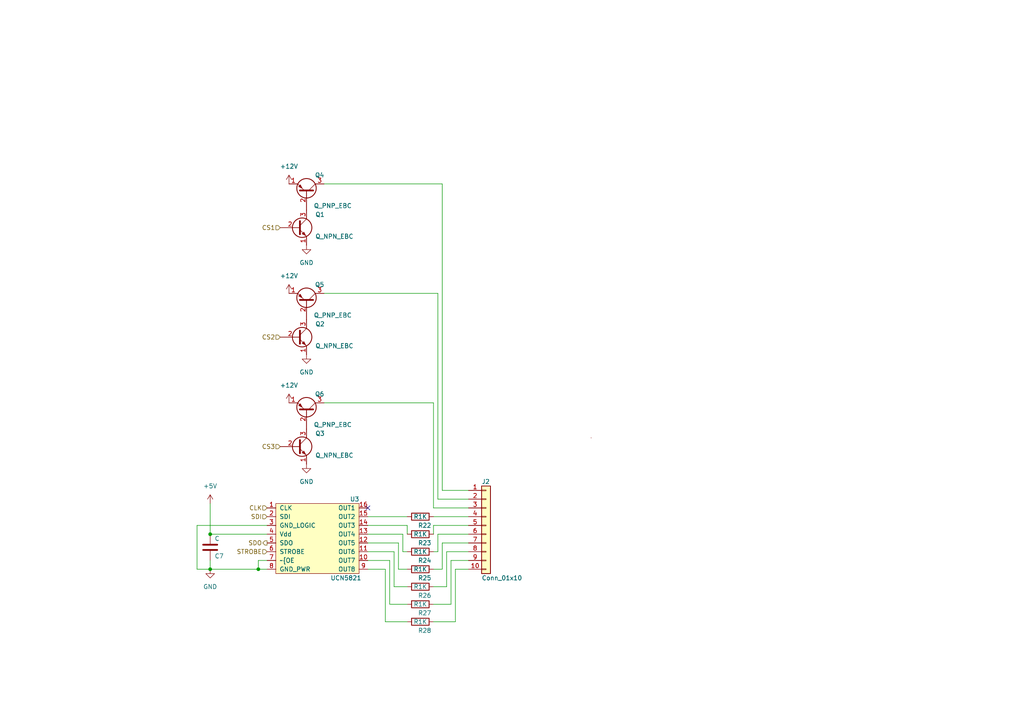
<source format=kicad_sch>
(kicad_sch (version 20211123) (generator eeschema)

  (uuid 9eecf6f5-39e5-4223-80f4-0ed1138ea76e)

  (paper "A4")

  (lib_symbols
    (symbol "Connector_Generic:Conn_01x10" (pin_names (offset 1.016) hide) (in_bom yes) (on_board yes)
      (property "Reference" "J" (id 0) (at 0 12.7 0)
        (effects (font (size 1.27 1.27)))
      )
      (property "Value" "Conn_01x10" (id 1) (at 0 -15.24 0)
        (effects (font (size 1.27 1.27)))
      )
      (property "Footprint" "" (id 2) (at 0 0 0)
        (effects (font (size 1.27 1.27)) hide)
      )
      (property "Datasheet" "~" (id 3) (at 0 0 0)
        (effects (font (size 1.27 1.27)) hide)
      )
      (property "ki_keywords" "connector" (id 4) (at 0 0 0)
        (effects (font (size 1.27 1.27)) hide)
      )
      (property "ki_description" "Generic connector, single row, 01x10, script generated (kicad-library-utils/schlib/autogen/connector/)" (id 5) (at 0 0 0)
        (effects (font (size 1.27 1.27)) hide)
      )
      (property "ki_fp_filters" "Connector*:*_1x??_*" (id 6) (at 0 0 0)
        (effects (font (size 1.27 1.27)) hide)
      )
      (symbol "Conn_01x10_1_1"
        (rectangle (start -1.27 -12.573) (end 0 -12.827)
          (stroke (width 0.1524) (type default) (color 0 0 0 0))
          (fill (type none))
        )
        (rectangle (start -1.27 -10.033) (end 0 -10.287)
          (stroke (width 0.1524) (type default) (color 0 0 0 0))
          (fill (type none))
        )
        (rectangle (start -1.27 -7.493) (end 0 -7.747)
          (stroke (width 0.1524) (type default) (color 0 0 0 0))
          (fill (type none))
        )
        (rectangle (start -1.27 -4.953) (end 0 -5.207)
          (stroke (width 0.1524) (type default) (color 0 0 0 0))
          (fill (type none))
        )
        (rectangle (start -1.27 -2.413) (end 0 -2.667)
          (stroke (width 0.1524) (type default) (color 0 0 0 0))
          (fill (type none))
        )
        (rectangle (start -1.27 0.127) (end 0 -0.127)
          (stroke (width 0.1524) (type default) (color 0 0 0 0))
          (fill (type none))
        )
        (rectangle (start -1.27 2.667) (end 0 2.413)
          (stroke (width 0.1524) (type default) (color 0 0 0 0))
          (fill (type none))
        )
        (rectangle (start -1.27 5.207) (end 0 4.953)
          (stroke (width 0.1524) (type default) (color 0 0 0 0))
          (fill (type none))
        )
        (rectangle (start -1.27 7.747) (end 0 7.493)
          (stroke (width 0.1524) (type default) (color 0 0 0 0))
          (fill (type none))
        )
        (rectangle (start -1.27 10.287) (end 0 10.033)
          (stroke (width 0.1524) (type default) (color 0 0 0 0))
          (fill (type none))
        )
        (rectangle (start -1.27 11.43) (end 1.27 -13.97)
          (stroke (width 0.254) (type default) (color 0 0 0 0))
          (fill (type background))
        )
        (pin passive line (at -5.08 10.16 0) (length 3.81)
          (name "Pin_1" (effects (font (size 1.27 1.27))))
          (number "1" (effects (font (size 1.27 1.27))))
        )
        (pin passive line (at -5.08 -12.7 0) (length 3.81)
          (name "Pin_10" (effects (font (size 1.27 1.27))))
          (number "10" (effects (font (size 1.27 1.27))))
        )
        (pin passive line (at -5.08 7.62 0) (length 3.81)
          (name "Pin_2" (effects (font (size 1.27 1.27))))
          (number "2" (effects (font (size 1.27 1.27))))
        )
        (pin passive line (at -5.08 5.08 0) (length 3.81)
          (name "Pin_3" (effects (font (size 1.27 1.27))))
          (number "3" (effects (font (size 1.27 1.27))))
        )
        (pin passive line (at -5.08 2.54 0) (length 3.81)
          (name "Pin_4" (effects (font (size 1.27 1.27))))
          (number "4" (effects (font (size 1.27 1.27))))
        )
        (pin passive line (at -5.08 0 0) (length 3.81)
          (name "Pin_5" (effects (font (size 1.27 1.27))))
          (number "5" (effects (font (size 1.27 1.27))))
        )
        (pin passive line (at -5.08 -2.54 0) (length 3.81)
          (name "Pin_6" (effects (font (size 1.27 1.27))))
          (number "6" (effects (font (size 1.27 1.27))))
        )
        (pin passive line (at -5.08 -5.08 0) (length 3.81)
          (name "Pin_7" (effects (font (size 1.27 1.27))))
          (number "7" (effects (font (size 1.27 1.27))))
        )
        (pin passive line (at -5.08 -7.62 0) (length 3.81)
          (name "Pin_8" (effects (font (size 1.27 1.27))))
          (number "8" (effects (font (size 1.27 1.27))))
        )
        (pin passive line (at -5.08 -10.16 0) (length 3.81)
          (name "Pin_9" (effects (font (size 1.27 1.27))))
          (number "9" (effects (font (size 1.27 1.27))))
        )
      )
    )
    (symbol "Device:C" (pin_numbers hide) (pin_names (offset 0.254)) (in_bom yes) (on_board yes)
      (property "Reference" "C" (id 0) (at 0.635 2.54 0)
        (effects (font (size 1.27 1.27)) (justify left))
      )
      (property "Value" "C" (id 1) (at 0.635 -2.54 0)
        (effects (font (size 1.27 1.27)) (justify left))
      )
      (property "Footprint" "" (id 2) (at 0.9652 -3.81 0)
        (effects (font (size 1.27 1.27)) hide)
      )
      (property "Datasheet" "~" (id 3) (at 0 0 0)
        (effects (font (size 1.27 1.27)) hide)
      )
      (property "ki_keywords" "cap capacitor" (id 4) (at 0 0 0)
        (effects (font (size 1.27 1.27)) hide)
      )
      (property "ki_description" "Unpolarized capacitor" (id 5) (at 0 0 0)
        (effects (font (size 1.27 1.27)) hide)
      )
      (property "ki_fp_filters" "C_*" (id 6) (at 0 0 0)
        (effects (font (size 1.27 1.27)) hide)
      )
      (symbol "C_0_1"
        (polyline
          (pts
            (xy -2.032 -0.762)
            (xy 2.032 -0.762)
          )
          (stroke (width 0.508) (type default) (color 0 0 0 0))
          (fill (type none))
        )
        (polyline
          (pts
            (xy -2.032 0.762)
            (xy 2.032 0.762)
          )
          (stroke (width 0.508) (type default) (color 0 0 0 0))
          (fill (type none))
        )
      )
      (symbol "C_1_1"
        (pin passive line (at 0 3.81 270) (length 2.794)
          (name "~" (effects (font (size 1.27 1.27))))
          (number "1" (effects (font (size 1.27 1.27))))
        )
        (pin passive line (at 0 -3.81 90) (length 2.794)
          (name "~" (effects (font (size 1.27 1.27))))
          (number "2" (effects (font (size 1.27 1.27))))
        )
      )
    )
    (symbol "Device:Q_NPN_EBC" (pin_names (offset 0) hide) (in_bom yes) (on_board yes)
      (property "Reference" "Q" (id 0) (at 5.08 1.27 0)
        (effects (font (size 1.27 1.27)) (justify left))
      )
      (property "Value" "Q_NPN_EBC" (id 1) (at 5.08 -1.27 0)
        (effects (font (size 1.27 1.27)) (justify left))
      )
      (property "Footprint" "" (id 2) (at 5.08 2.54 0)
        (effects (font (size 1.27 1.27)) hide)
      )
      (property "Datasheet" "~" (id 3) (at 0 0 0)
        (effects (font (size 1.27 1.27)) hide)
      )
      (property "ki_keywords" "transistor NPN" (id 4) (at 0 0 0)
        (effects (font (size 1.27 1.27)) hide)
      )
      (property "ki_description" "NPN transistor, emitter/base/collector" (id 5) (at 0 0 0)
        (effects (font (size 1.27 1.27)) hide)
      )
      (symbol "Q_NPN_EBC_0_1"
        (polyline
          (pts
            (xy 0.635 0.635)
            (xy 2.54 2.54)
          )
          (stroke (width 0) (type default) (color 0 0 0 0))
          (fill (type none))
        )
        (polyline
          (pts
            (xy 0.635 -0.635)
            (xy 2.54 -2.54)
            (xy 2.54 -2.54)
          )
          (stroke (width 0) (type default) (color 0 0 0 0))
          (fill (type none))
        )
        (polyline
          (pts
            (xy 0.635 1.905)
            (xy 0.635 -1.905)
            (xy 0.635 -1.905)
          )
          (stroke (width 0.508) (type default) (color 0 0 0 0))
          (fill (type none))
        )
        (polyline
          (pts
            (xy 1.27 -1.778)
            (xy 1.778 -1.27)
            (xy 2.286 -2.286)
            (xy 1.27 -1.778)
            (xy 1.27 -1.778)
          )
          (stroke (width 0) (type default) (color 0 0 0 0))
          (fill (type outline))
        )
        (circle (center 1.27 0) (radius 2.8194)
          (stroke (width 0.254) (type default) (color 0 0 0 0))
          (fill (type none))
        )
      )
      (symbol "Q_NPN_EBC_1_1"
        (pin passive line (at 2.54 -5.08 90) (length 2.54)
          (name "E" (effects (font (size 1.27 1.27))))
          (number "1" (effects (font (size 1.27 1.27))))
        )
        (pin passive line (at -5.08 0 0) (length 5.715)
          (name "B" (effects (font (size 1.27 1.27))))
          (number "2" (effects (font (size 1.27 1.27))))
        )
        (pin passive line (at 2.54 5.08 270) (length 2.54)
          (name "C" (effects (font (size 1.27 1.27))))
          (number "3" (effects (font (size 1.27 1.27))))
        )
      )
    )
    (symbol "Device:Q_PNP_EBC" (pin_names (offset 0) hide) (in_bom yes) (on_board yes)
      (property "Reference" "Q" (id 0) (at 5.08 1.27 0)
        (effects (font (size 1.27 1.27)) (justify left))
      )
      (property "Value" "Q_PNP_EBC" (id 1) (at 5.08 -1.27 0)
        (effects (font (size 1.27 1.27)) (justify left))
      )
      (property "Footprint" "" (id 2) (at 5.08 2.54 0)
        (effects (font (size 1.27 1.27)) hide)
      )
      (property "Datasheet" "~" (id 3) (at 0 0 0)
        (effects (font (size 1.27 1.27)) hide)
      )
      (property "ki_keywords" "transistor PNP" (id 4) (at 0 0 0)
        (effects (font (size 1.27 1.27)) hide)
      )
      (property "ki_description" "PNP transistor, emitter/base/collector" (id 5) (at 0 0 0)
        (effects (font (size 1.27 1.27)) hide)
      )
      (symbol "Q_PNP_EBC_0_1"
        (polyline
          (pts
            (xy 0.635 0.635)
            (xy 2.54 2.54)
          )
          (stroke (width 0) (type default) (color 0 0 0 0))
          (fill (type none))
        )
        (polyline
          (pts
            (xy 0.635 -0.635)
            (xy 2.54 -2.54)
            (xy 2.54 -2.54)
          )
          (stroke (width 0) (type default) (color 0 0 0 0))
          (fill (type none))
        )
        (polyline
          (pts
            (xy 0.635 1.905)
            (xy 0.635 -1.905)
            (xy 0.635 -1.905)
          )
          (stroke (width 0.508) (type default) (color 0 0 0 0))
          (fill (type none))
        )
        (polyline
          (pts
            (xy 2.286 -1.778)
            (xy 1.778 -2.286)
            (xy 1.27 -1.27)
            (xy 2.286 -1.778)
            (xy 2.286 -1.778)
          )
          (stroke (width 0) (type default) (color 0 0 0 0))
          (fill (type outline))
        )
        (circle (center 1.27 0) (radius 2.8194)
          (stroke (width 0.254) (type default) (color 0 0 0 0))
          (fill (type none))
        )
      )
      (symbol "Q_PNP_EBC_1_1"
        (pin passive line (at 2.54 -5.08 90) (length 2.54)
          (name "E" (effects (font (size 1.27 1.27))))
          (number "1" (effects (font (size 1.27 1.27))))
        )
        (pin input line (at -5.08 0 0) (length 5.715)
          (name "B" (effects (font (size 1.27 1.27))))
          (number "2" (effects (font (size 1.27 1.27))))
        )
        (pin passive line (at 2.54 5.08 270) (length 2.54)
          (name "C" (effects (font (size 1.27 1.27))))
          (number "3" (effects (font (size 1.27 1.27))))
        )
      )
    )
    (symbol "Device:R" (pin_numbers hide) (pin_names (offset 0)) (in_bom yes) (on_board yes)
      (property "Reference" "R" (id 0) (at 2.032 0 90)
        (effects (font (size 1.27 1.27)))
      )
      (property "Value" "R" (id 1) (at 0 0 90)
        (effects (font (size 1.27 1.27)))
      )
      (property "Footprint" "" (id 2) (at -1.778 0 90)
        (effects (font (size 1.27 1.27)) hide)
      )
      (property "Datasheet" "~" (id 3) (at 0 0 0)
        (effects (font (size 1.27 1.27)) hide)
      )
      (property "ki_keywords" "R res resistor" (id 4) (at 0 0 0)
        (effects (font (size 1.27 1.27)) hide)
      )
      (property "ki_description" "Resistor" (id 5) (at 0 0 0)
        (effects (font (size 1.27 1.27)) hide)
      )
      (property "ki_fp_filters" "R_*" (id 6) (at 0 0 0)
        (effects (font (size 1.27 1.27)) hide)
      )
      (symbol "R_0_1"
        (rectangle (start -1.016 -2.54) (end 1.016 2.54)
          (stroke (width 0.254) (type default) (color 0 0 0 0))
          (fill (type none))
        )
      )
      (symbol "R_1_1"
        (pin passive line (at 0 3.81 270) (length 1.27)
          (name "~" (effects (font (size 1.27 1.27))))
          (number "1" (effects (font (size 1.27 1.27))))
        )
        (pin passive line (at 0 -3.81 90) (length 1.27)
          (name "~" (effects (font (size 1.27 1.27))))
          (number "2" (effects (font (size 1.27 1.27))))
        )
      )
    )
    (symbol "power:+12V" (power) (pin_names (offset 0)) (in_bom yes) (on_board yes)
      (property "Reference" "#PWR" (id 0) (at 0 -3.81 0)
        (effects (font (size 1.27 1.27)) hide)
      )
      (property "Value" "+12V" (id 1) (at 0 3.556 0)
        (effects (font (size 1.27 1.27)))
      )
      (property "Footprint" "" (id 2) (at 0 0 0)
        (effects (font (size 1.27 1.27)) hide)
      )
      (property "Datasheet" "" (id 3) (at 0 0 0)
        (effects (font (size 1.27 1.27)) hide)
      )
      (property "ki_keywords" "power-flag" (id 4) (at 0 0 0)
        (effects (font (size 1.27 1.27)) hide)
      )
      (property "ki_description" "Power symbol creates a global label with name \"+12V\"" (id 5) (at 0 0 0)
        (effects (font (size 1.27 1.27)) hide)
      )
      (symbol "+12V_0_1"
        (polyline
          (pts
            (xy -0.762 1.27)
            (xy 0 2.54)
          )
          (stroke (width 0) (type default) (color 0 0 0 0))
          (fill (type none))
        )
        (polyline
          (pts
            (xy 0 0)
            (xy 0 2.54)
          )
          (stroke (width 0) (type default) (color 0 0 0 0))
          (fill (type none))
        )
        (polyline
          (pts
            (xy 0 2.54)
            (xy 0.762 1.27)
          )
          (stroke (width 0) (type default) (color 0 0 0 0))
          (fill (type none))
        )
      )
      (symbol "+12V_1_1"
        (pin power_in line (at 0 0 90) (length 0) hide
          (name "+12V" (effects (font (size 1.27 1.27))))
          (number "1" (effects (font (size 1.27 1.27))))
        )
      )
    )
    (symbol "power:+5V" (power) (pin_names (offset 0)) (in_bom yes) (on_board yes)
      (property "Reference" "#PWR" (id 0) (at 0 -3.81 0)
        (effects (font (size 1.27 1.27)) hide)
      )
      (property "Value" "+5V" (id 1) (at 0 3.556 0)
        (effects (font (size 1.27 1.27)))
      )
      (property "Footprint" "" (id 2) (at 0 0 0)
        (effects (font (size 1.27 1.27)) hide)
      )
      (property "Datasheet" "" (id 3) (at 0 0 0)
        (effects (font (size 1.27 1.27)) hide)
      )
      (property "ki_keywords" "power-flag" (id 4) (at 0 0 0)
        (effects (font (size 1.27 1.27)) hide)
      )
      (property "ki_description" "Power symbol creates a global label with name \"+5V\"" (id 5) (at 0 0 0)
        (effects (font (size 1.27 1.27)) hide)
      )
      (symbol "+5V_0_1"
        (polyline
          (pts
            (xy -0.762 1.27)
            (xy 0 2.54)
          )
          (stroke (width 0) (type default) (color 0 0 0 0))
          (fill (type none))
        )
        (polyline
          (pts
            (xy 0 0)
            (xy 0 2.54)
          )
          (stroke (width 0) (type default) (color 0 0 0 0))
          (fill (type none))
        )
        (polyline
          (pts
            (xy 0 2.54)
            (xy 0.762 1.27)
          )
          (stroke (width 0) (type default) (color 0 0 0 0))
          (fill (type none))
        )
      )
      (symbol "+5V_1_1"
        (pin power_in line (at 0 0 90) (length 0) hide
          (name "+5V" (effects (font (size 1.27 1.27))))
          (number "1" (effects (font (size 1.27 1.27))))
        )
      )
    )
    (symbol "power:GND" (power) (pin_names (offset 0)) (in_bom yes) (on_board yes)
      (property "Reference" "#PWR" (id 0) (at 0 -6.35 0)
        (effects (font (size 1.27 1.27)) hide)
      )
      (property "Value" "GND" (id 1) (at 0 -3.81 0)
        (effects (font (size 1.27 1.27)))
      )
      (property "Footprint" "" (id 2) (at 0 0 0)
        (effects (font (size 1.27 1.27)) hide)
      )
      (property "Datasheet" "" (id 3) (at 0 0 0)
        (effects (font (size 1.27 1.27)) hide)
      )
      (property "ki_keywords" "power-flag" (id 4) (at 0 0 0)
        (effects (font (size 1.27 1.27)) hide)
      )
      (property "ki_description" "Power symbol creates a global label with name \"GND\" , ground" (id 5) (at 0 0 0)
        (effects (font (size 1.27 1.27)) hide)
      )
      (symbol "GND_0_1"
        (polyline
          (pts
            (xy 0 0)
            (xy 0 -1.27)
            (xy 1.27 -1.27)
            (xy 0 -2.54)
            (xy -1.27 -1.27)
            (xy 0 -1.27)
          )
          (stroke (width 0) (type default) (color 0 0 0 0))
          (fill (type none))
        )
      )
      (symbol "GND_1_1"
        (pin power_in line (at 0 0 270) (length 0) hide
          (name "GND" (effects (font (size 1.27 1.27))))
          (number "1" (effects (font (size 1.27 1.27))))
        )
      )
    )
    (symbol "symbols:UCN5821" (pin_names (offset 1.04)) (in_bom yes) (on_board yes)
      (property "Reference" "U" (id 0) (at 8.89 11.43 0)
        (effects (font (size 1.27 1.27)))
      )
      (property "Value" "UCN5821" (id 1) (at 6.35 -11.43 0)
        (effects (font (size 1.27 1.27)))
      )
      (property "Footprint" "" (id 2) (at 0 0 0)
        (effects (font (size 1.27 1.27)) hide)
      )
      (property "Datasheet" "" (id 3) (at 0 0 0)
        (effects (font (size 1.27 1.27)) hide)
      )
      (symbol "UCN5821_0_1"
        (rectangle (start -12.7 10.16) (end 11.43 -10.16)
          (stroke (width 0) (type default) (color 0 0 0 0))
          (fill (type background))
        )
        (rectangle (start 78.74 29.21) (end 78.74 29.21)
          (stroke (width 0) (type default) (color 0 0 0 0))
          (fill (type none))
        )
        (rectangle (start 78.74 29.21) (end 78.74 29.21)
          (stroke (width 0) (type default) (color 0 0 0 0))
          (fill (type none))
        )
      )
      (symbol "UCN5821_1_1"
        (pin input line (at -15.24 8.89 0) (length 2.54)
          (name "CLK" (effects (font (size 1.27 1.27))))
          (number "1" (effects (font (size 1.27 1.27))))
        )
        (pin open_collector line (at 13.97 -6.35 180) (length 2.54)
          (name "OUT7" (effects (font (size 1.27 1.27))))
          (number "10" (effects (font (size 1.27 1.27))))
        )
        (pin open_collector line (at 13.97 -3.81 180) (length 2.54)
          (name "OUT6" (effects (font (size 1.27 1.27))))
          (number "11" (effects (font (size 1.27 1.27))))
        )
        (pin open_collector line (at 13.97 -1.27 180) (length 2.54)
          (name "OUT5" (effects (font (size 1.27 1.27))))
          (number "12" (effects (font (size 1.27 1.27))))
        )
        (pin open_collector line (at 13.97 1.27 180) (length 2.54)
          (name "OUT4" (effects (font (size 1.27 1.27))))
          (number "13" (effects (font (size 1.27 1.27))))
        )
        (pin open_collector line (at 13.97 3.81 180) (length 2.54)
          (name "OUT3" (effects (font (size 1.27 1.27))))
          (number "14" (effects (font (size 1.27 1.27))))
        )
        (pin open_collector line (at 13.97 6.35 180) (length 2.54)
          (name "OUT2" (effects (font (size 1.27 1.27))))
          (number "15" (effects (font (size 1.27 1.27))))
        )
        (pin open_collector line (at 13.97 8.89 180) (length 2.54)
          (name "OUT1" (effects (font (size 1.27 1.27))))
          (number "16" (effects (font (size 1.27 1.27))))
        )
        (pin input line (at -15.24 6.35 0) (length 2.54)
          (name "SDI" (effects (font (size 1.27 1.27))))
          (number "2" (effects (font (size 1.27 1.27))))
        )
        (pin input line (at -15.24 3.81 0) (length 2.54)
          (name "GND_LOGIC" (effects (font (size 1.27 1.27))))
          (number "3" (effects (font (size 1.27 1.27))))
        )
        (pin input line (at -15.24 1.27 0) (length 2.54)
          (name "Vdd" (effects (font (size 1.27 1.27))))
          (number "4" (effects (font (size 1.27 1.27))))
        )
        (pin output line (at -15.24 -1.27 0) (length 2.54)
          (name "SDO" (effects (font (size 1.27 1.27))))
          (number "5" (effects (font (size 1.27 1.27))))
        )
        (pin input line (at -15.24 -3.81 0) (length 2.54)
          (name "STROBE" (effects (font (size 1.27 1.27))))
          (number "6" (effects (font (size 1.27 1.27))))
        )
        (pin input line (at -15.24 -6.35 0) (length 2.54)
          (name "~{OE" (effects (font (size 1.27 1.27))))
          (number "7" (effects (font (size 1.27 1.27))))
        )
        (pin input line (at -15.24 -8.89 0) (length 2.54)
          (name "GND_PWR" (effects (font (size 1.27 1.27))))
          (number "8" (effects (font (size 1.27 1.27))))
        )
        (pin open_collector line (at 13.97 -8.89 180) (length 2.54)
          (name "OUT8" (effects (font (size 1.27 1.27))))
          (number "9" (effects (font (size 1.27 1.27))))
        )
      )
    )
  )

  (junction (at 60.96 165.1) (diameter 0) (color 0 0 0 0)
    (uuid 08a1182f-7448-4b86-80a3-fcb529e66d3c)
  )
  (junction (at 60.96 154.94) (diameter 0) (color 0 0 0 0)
    (uuid d8729a5e-5fbd-4e14-8c7b-2a76fa017005)
  )
  (junction (at 74.93 165.1) (diameter 0) (color 0 0 0 0)
    (uuid d9d85c8e-4341-4107-bcf8-44cce50a0dd5)
  )

  (no_connect (at 106.68 147.32) (uuid aee6c00d-daa5-49fb-ab42-4b342ec46d00))

  (wire (pts (xy 129.54 160.02) (xy 135.89 160.02))
    (stroke (width 0) (type default) (color 0 0 0 0))
    (uuid 0c38e8f6-454c-4fe2-bdf3-54f9990fb711)
  )
  (wire (pts (xy 115.57 157.48) (xy 115.57 165.1))
    (stroke (width 0) (type default) (color 0 0 0 0))
    (uuid 1dcf758e-c17d-4b7e-a779-000b78b3520a)
  )
  (wire (pts (xy 127 160.02) (xy 127 154.94))
    (stroke (width 0) (type default) (color 0 0 0 0))
    (uuid 23648dc5-accc-489e-8ef3-a331c2ee6ad0)
  )
  (wire (pts (xy 127 154.94) (xy 135.89 154.94))
    (stroke (width 0) (type default) (color 0 0 0 0))
    (uuid 295f8bae-d4f0-411c-9a59-5fbe0bef6aef)
  )
  (wire (pts (xy 127 144.78) (xy 127 85.09))
    (stroke (width 0) (type default) (color 0 0 0 0))
    (uuid 2b29afd5-f800-4547-91ef-f687ea07d37a)
  )
  (wire (pts (xy 113.03 175.26) (xy 118.11 175.26))
    (stroke (width 0) (type default) (color 0 0 0 0))
    (uuid 2cf22bd9-7ce1-44bf-97af-00c05fa8c78f)
  )
  (wire (pts (xy 125.73 116.84) (xy 125.73 147.32))
    (stroke (width 0) (type default) (color 0 0 0 0))
    (uuid 30464af3-1fe4-4ada-864e-c5225fb5aca3)
  )
  (wire (pts (xy 128.27 165.1) (xy 128.27 157.48))
    (stroke (width 0) (type default) (color 0 0 0 0))
    (uuid 3090fdf6-1632-4463-8ab1-b1f8e8e3cf4d)
  )
  (wire (pts (xy 74.93 162.56) (xy 74.93 165.1))
    (stroke (width 0) (type default) (color 0 0 0 0))
    (uuid 328e0e7d-e517-4556-a6c5-59e9e20410a9)
  )
  (wire (pts (xy 113.03 162.56) (xy 113.03 175.26))
    (stroke (width 0) (type default) (color 0 0 0 0))
    (uuid 35aa0894-db2b-4d35-8090-7db38566598b)
  )
  (wire (pts (xy 60.96 154.94) (xy 77.47 154.94))
    (stroke (width 0) (type default) (color 0 0 0 0))
    (uuid 362a5974-5bf2-4c06-9534-4afb23e1249b)
  )
  (wire (pts (xy 57.15 152.4) (xy 57.15 165.1))
    (stroke (width 0) (type default) (color 0 0 0 0))
    (uuid 45054bcf-3121-46b3-99b2-da0fb6aae4d1)
  )
  (wire (pts (xy 128.27 157.48) (xy 135.89 157.48))
    (stroke (width 0) (type default) (color 0 0 0 0))
    (uuid 4d2b908d-f849-4c73-b983-c80dc1fe8694)
  )
  (wire (pts (xy 118.11 160.02) (xy 116.84 160.02))
    (stroke (width 0) (type default) (color 0 0 0 0))
    (uuid 4f9d82ae-3934-418d-9391-0b4f8776ae7c)
  )
  (wire (pts (xy 115.57 165.1) (xy 118.11 165.1))
    (stroke (width 0) (type default) (color 0 0 0 0))
    (uuid 539876e2-cff3-483d-bc52-00994462f3bb)
  )
  (wire (pts (xy 127 85.09) (xy 93.98 85.09))
    (stroke (width 0) (type default) (color 0 0 0 0))
    (uuid 678f5187-b7a2-4b62-a9bd-1ca905ecae9c)
  )
  (wire (pts (xy 77.47 152.4) (xy 57.15 152.4))
    (stroke (width 0) (type default) (color 0 0 0 0))
    (uuid 6caaff64-a86a-4780-b8be-256228f4eca7)
  )
  (wire (pts (xy 118.11 170.18) (xy 114.3 170.18))
    (stroke (width 0) (type default) (color 0 0 0 0))
    (uuid 72721572-1855-4c27-a0ee-686377cdb08b)
  )
  (wire (pts (xy 135.89 144.78) (xy 127 144.78))
    (stroke (width 0) (type default) (color 0 0 0 0))
    (uuid 73b61940-dae0-48a3-882f-284422ec834a)
  )
  (wire (pts (xy 125.73 170.18) (xy 129.54 170.18))
    (stroke (width 0) (type default) (color 0 0 0 0))
    (uuid 7410b2b5-39c6-43ee-a00c-1ce175ebd458)
  )
  (wire (pts (xy 57.15 165.1) (xy 60.96 165.1))
    (stroke (width 0) (type default) (color 0 0 0 0))
    (uuid 778fc28f-432a-44b5-98cb-2c85bf0b7451)
  )
  (wire (pts (xy 130.81 175.26) (xy 130.81 162.56))
    (stroke (width 0) (type default) (color 0 0 0 0))
    (uuid 80f669fd-4482-42da-aa5d-34fad925b402)
  )
  (wire (pts (xy 106.68 162.56) (xy 113.03 162.56))
    (stroke (width 0) (type default) (color 0 0 0 0))
    (uuid 8327fd5b-83a1-473d-a7ef-4af60c008ea5)
  )
  (wire (pts (xy 93.98 116.84) (xy 125.73 116.84))
    (stroke (width 0) (type default) (color 0 0 0 0))
    (uuid 83f9ed3b-bde3-4542-a519-d3b3e85661ac)
  )
  (wire (pts (xy 130.81 162.56) (xy 135.89 162.56))
    (stroke (width 0) (type default) (color 0 0 0 0))
    (uuid 87b0a7a3-6a40-40f2-bada-3e62fd18b0cb)
  )
  (wire (pts (xy 125.73 152.4) (xy 135.89 152.4))
    (stroke (width 0) (type default) (color 0 0 0 0))
    (uuid 8bf66bce-d694-41c0-be67-1bef54786275)
  )
  (wire (pts (xy 77.47 162.56) (xy 74.93 162.56))
    (stroke (width 0) (type default) (color 0 0 0 0))
    (uuid 8cf9c00d-ead7-4079-bfc3-f11809fd237e)
  )
  (wire (pts (xy 111.76 165.1) (xy 106.68 165.1))
    (stroke (width 0) (type default) (color 0 0 0 0))
    (uuid 97b1168c-0fc5-4152-b604-bb1618dfe343)
  )
  (wire (pts (xy 128.27 142.24) (xy 135.89 142.24))
    (stroke (width 0) (type default) (color 0 0 0 0))
    (uuid 991ecedc-6a69-4dbc-8272-f6b16453fd3d)
  )
  (wire (pts (xy 93.98 53.34) (xy 128.27 53.34))
    (stroke (width 0) (type default) (color 0 0 0 0))
    (uuid 9a7d2d77-219e-4090-8fc3-1319f788f8cb)
  )
  (wire (pts (xy 60.96 165.1) (xy 74.93 165.1))
    (stroke (width 0) (type default) (color 0 0 0 0))
    (uuid a120ee4e-c6f4-4241-b6e4-ef4f15c45a79)
  )
  (wire (pts (xy 106.68 149.86) (xy 118.11 149.86))
    (stroke (width 0) (type default) (color 0 0 0 0))
    (uuid aaff4657-fecd-4351-8b83-b38d58287025)
  )
  (wire (pts (xy 125.73 154.94) (xy 125.73 152.4))
    (stroke (width 0) (type default) (color 0 0 0 0))
    (uuid b669f756-b4b4-4c92-931d-021b201be9e4)
  )
  (wire (pts (xy 132.08 165.1) (xy 135.89 165.1))
    (stroke (width 0) (type default) (color 0 0 0 0))
    (uuid b8f8826f-b0aa-4e27-b2f6-20967db47060)
  )
  (wire (pts (xy 125.73 165.1) (xy 128.27 165.1))
    (stroke (width 0) (type default) (color 0 0 0 0))
    (uuid bacaa9a8-2546-4570-991f-f932bede6bbc)
  )
  (wire (pts (xy 129.54 170.18) (xy 129.54 160.02))
    (stroke (width 0) (type default) (color 0 0 0 0))
    (uuid bcffebb7-977a-4a56-afd4-930f8b663087)
  )
  (wire (pts (xy 106.68 152.4) (xy 118.11 152.4))
    (stroke (width 0) (type default) (color 0 0 0 0))
    (uuid bd06d875-6e4d-43e6-b042-1cc8715cad93)
  )
  (wire (pts (xy 106.68 157.48) (xy 115.57 157.48))
    (stroke (width 0) (type default) (color 0 0 0 0))
    (uuid bd41c7d1-ae40-4765-8741-f4f87dbe1b7a)
  )
  (wire (pts (xy 60.96 162.56) (xy 60.96 165.1))
    (stroke (width 0) (type default) (color 0 0 0 0))
    (uuid be4ffd6d-3758-4c11-ab3f-5b45092fadc8)
  )
  (wire (pts (xy 74.93 165.1) (xy 77.47 165.1))
    (stroke (width 0) (type default) (color 0 0 0 0))
    (uuid c5c47f2a-aa2d-4079-8655-edc72571b282)
  )
  (wire (pts (xy 118.11 180.34) (xy 111.76 180.34))
    (stroke (width 0) (type default) (color 0 0 0 0))
    (uuid c7b5397d-bc51-4a78-bca1-4e34966fdbbb)
  )
  (wire (pts (xy 132.08 180.34) (xy 132.08 165.1))
    (stroke (width 0) (type default) (color 0 0 0 0))
    (uuid c7ded9b7-ea02-4e48-b522-7c1f4880a3f5)
  )
  (wire (pts (xy 118.11 152.4) (xy 118.11 154.94))
    (stroke (width 0) (type default) (color 0 0 0 0))
    (uuid ce7fed2b-54fe-46f8-a361-f83fb3aa8cfd)
  )
  (wire (pts (xy 116.84 160.02) (xy 116.84 154.94))
    (stroke (width 0) (type default) (color 0 0 0 0))
    (uuid d09ea2f4-3ed3-408a-b50d-3e4a9ebce465)
  )
  (wire (pts (xy 125.73 149.86) (xy 135.89 149.86))
    (stroke (width 0) (type default) (color 0 0 0 0))
    (uuid d4a59ac2-a227-42cc-a642-a5c252314c75)
  )
  (wire (pts (xy 111.76 180.34) (xy 111.76 165.1))
    (stroke (width 0) (type default) (color 0 0 0 0))
    (uuid d8866ab3-989e-4768-8a2c-4343595fc3fb)
  )
  (wire (pts (xy 125.73 175.26) (xy 130.81 175.26))
    (stroke (width 0) (type default) (color 0 0 0 0))
    (uuid db3f30d1-efc0-423d-a2c6-55e5a45a82d3)
  )
  (wire (pts (xy 125.73 160.02) (xy 127 160.02))
    (stroke (width 0) (type default) (color 0 0 0 0))
    (uuid ea4e2e74-867b-44cd-9e1f-ce990a5c67c2)
  )
  (wire (pts (xy 60.96 146.05) (xy 60.96 154.94))
    (stroke (width 0) (type default) (color 0 0 0 0))
    (uuid ee07bff8-b43d-4bd2-a196-e1eeb96ecb7b)
  )
  (wire (pts (xy 125.73 147.32) (xy 135.89 147.32))
    (stroke (width 0) (type default) (color 0 0 0 0))
    (uuid efbe19c3-f98e-4575-bbae-03f96ce44a97)
  )
  (wire (pts (xy 114.3 170.18) (xy 114.3 160.02))
    (stroke (width 0) (type default) (color 0 0 0 0))
    (uuid f033f82f-b7fb-4a31-8760-0dbe43057820)
  )
  (wire (pts (xy 125.73 180.34) (xy 132.08 180.34))
    (stroke (width 0) (type default) (color 0 0 0 0))
    (uuid f1129709-c7a1-465a-95db-f7efb9ecd992)
  )
  (wire (pts (xy 106.68 154.94) (xy 116.84 154.94))
    (stroke (width 0) (type default) (color 0 0 0 0))
    (uuid fa1a5e7b-f347-4853-85ff-11882b3fb26c)
  )
  (wire (pts (xy 128.27 53.34) (xy 128.27 142.24))
    (stroke (width 0) (type default) (color 0 0 0 0))
    (uuid fb60b75b-a5fa-4d5f-ae5c-5f05a357fa52)
  )
  (wire (pts (xy 114.3 160.02) (xy 106.68 160.02))
    (stroke (width 0) (type default) (color 0 0 0 0))
    (uuid fdd856ff-c963-4c4d-8b39-5cc1c4610dcd)
  )

  (hierarchical_label "CS2" (shape input) (at 81.28 97.79 180)
    (effects (font (size 1.27 1.27)) (justify right))
    (uuid 1371252a-da1a-447f-9a6c-37841c5b0e64)
  )
  (hierarchical_label "CS3" (shape input) (at 81.28 129.54 180)
    (effects (font (size 1.27 1.27)) (justify right))
    (uuid 15909666-e248-4008-8776-fe7f438af18e)
  )
  (hierarchical_label "CLK" (shape input) (at 77.47 147.32 180)
    (effects (font (size 1.27 1.27)) (justify right))
    (uuid 262c8b14-2ee9-4da0-9af0-34ec266e49ed)
  )
  (hierarchical_label "STROBE" (shape input) (at 77.47 160.02 180)
    (effects (font (size 1.27 1.27)) (justify right))
    (uuid 7da44241-c768-4ea5-b670-cc1cf3d47fe3)
  )
  (hierarchical_label "CS1" (shape input) (at 81.28 66.04 180)
    (effects (font (size 1.27 1.27)) (justify right))
    (uuid 7fc0b1fb-1bdf-40a6-acb2-fc8e0121027c)
  )
  (hierarchical_label "SDO" (shape output) (at 77.47 157.48 180)
    (effects (font (size 1.27 1.27)) (justify right))
    (uuid ba18b7e9-5ef7-4a73-8d93-2eaa90912b59)
  )
  (hierarchical_label "SDI" (shape input) (at 77.47 149.86 180)
    (effects (font (size 1.27 1.27)) (justify right))
    (uuid d40bf1e8-745a-487a-80ca-e84b9cb0caaa)
  )

  (symbol (lib_id "power:+12V") (at 83.82 53.34 0) (unit 1)
    (in_bom yes) (on_board yes) (fields_autoplaced)
    (uuid 0f19751a-0094-418b-9c48-1dfff31b57aa)
    (property "Reference" "#PWR0126" (id 0) (at 83.82 57.15 0)
      (effects (font (size 1.27 1.27)) hide)
    )
    (property "Value" "+12V" (id 1) (at 83.82 48.26 0))
    (property "Footprint" "" (id 2) (at 83.82 53.34 0)
      (effects (font (size 1.27 1.27)) hide)
    )
    (property "Datasheet" "" (id 3) (at 83.82 53.34 0)
      (effects (font (size 1.27 1.27)) hide)
    )
    (pin "1" (uuid 0155c763-30e0-4377-8203-e93fbc554fec))
  )

  (symbol (lib_id "Device:C") (at 60.96 158.75 0) (unit 1)
    (in_bom yes) (on_board yes)
    (uuid 253e5557-2446-43ca-8f60-7c72660b8611)
    (property "Reference" "C7" (id 0) (at 62.23 161.29 0)
      (effects (font (size 1.27 1.27)) (justify left))
    )
    (property "Value" "C" (id 1) (at 62.23 156.21 0)
      (effects (font (size 1.27 1.27)) (justify left))
    )
    (property "Footprint" "" (id 2) (at 61.9252 162.56 0)
      (effects (font (size 1.27 1.27)) hide)
    )
    (property "Datasheet" "~" (id 3) (at 60.96 158.75 0)
      (effects (font (size 1.27 1.27)) hide)
    )
    (pin "1" (uuid ff742496-5184-4bb7-834a-1a46617ad02b))
    (pin "2" (uuid df5d00bc-5365-49c8-a25d-60ee8e7c7c82))
  )

  (symbol (lib_id "Device:Q_NPN_EBC") (at 86.36 129.54 0) (unit 1)
    (in_bom yes) (on_board yes)
    (uuid 356df58a-7f79-497d-816b-5ef53d872303)
    (property "Reference" "Q3" (id 0) (at 91.44 125.73 0)
      (effects (font (size 1.27 1.27)) (justify left))
    )
    (property "Value" "Q_NPN_EBC" (id 1) (at 91.44 132.08 0)
      (effects (font (size 1.27 1.27)) (justify left))
    )
    (property "Footprint" "" (id 2) (at 91.44 127 0)
      (effects (font (size 1.27 1.27)) hide)
    )
    (property "Datasheet" "~" (id 3) (at 86.36 129.54 0)
      (effects (font (size 1.27 1.27)) hide)
    )
    (pin "1" (uuid d0c481ab-6f65-4a68-a08e-373af998d4a6))
    (pin "2" (uuid d56e9d74-b994-4fef-834a-4c6205c381da))
    (pin "3" (uuid 99e15d08-6ff1-478e-b2ef-ad8af033f16d))
  )

  (symbol (lib_id "Device:R") (at 121.92 180.34 270) (unit 1)
    (in_bom yes) (on_board yes)
    (uuid 47b4dcbc-ff75-44fd-90f8-b85310c28db9)
    (property "Reference" "R28" (id 0) (at 123.19 182.88 90))
    (property "Value" "R1K" (id 1) (at 121.92 180.34 90))
    (property "Footprint" "" (id 2) (at 121.92 178.562 90)
      (effects (font (size 1.27 1.27)) hide)
    )
    (property "Datasheet" "~" (id 3) (at 121.92 180.34 0)
      (effects (font (size 1.27 1.27)) hide)
    )
    (pin "1" (uuid 69bbfc43-dd3d-4f47-860e-0fef347bc279))
    (pin "2" (uuid 7499795e-919c-44d4-97c6-3a70a9e3e550))
  )

  (symbol (lib_id "power:+12V") (at 83.82 85.09 0) (unit 1)
    (in_bom yes) (on_board yes) (fields_autoplaced)
    (uuid 60928a6a-1990-4441-955d-e81aefd6115d)
    (property "Reference" "#PWR0125" (id 0) (at 83.82 88.9 0)
      (effects (font (size 1.27 1.27)) hide)
    )
    (property "Value" "+12V" (id 1) (at 83.82 80.01 0))
    (property "Footprint" "" (id 2) (at 83.82 85.09 0)
      (effects (font (size 1.27 1.27)) hide)
    )
    (property "Datasheet" "" (id 3) (at 83.82 85.09 0)
      (effects (font (size 1.27 1.27)) hide)
    )
    (pin "1" (uuid c0a92e5b-17f5-4355-9f24-cb77ae094750))
  )

  (symbol (lib_id "Device:R") (at 121.92 149.86 270) (unit 1)
    (in_bom yes) (on_board yes)
    (uuid 6862acca-5224-4683-95c2-b85074c83628)
    (property "Reference" "R22" (id 0) (at 123.19 152.4 90))
    (property "Value" "R1K" (id 1) (at 121.92 149.86 90))
    (property "Footprint" "" (id 2) (at 121.92 148.082 90)
      (effects (font (size 1.27 1.27)) hide)
    )
    (property "Datasheet" "~" (id 3) (at 121.92 149.86 0)
      (effects (font (size 1.27 1.27)) hide)
    )
    (pin "1" (uuid 5f7a1413-ea4e-4469-879d-ea2303f8344f))
    (pin "2" (uuid ba0f49c3-7a9c-45a3-9240-7adb7bcf7fc1))
  )

  (symbol (lib_id "power:+12V") (at 83.82 116.84 0) (unit 1)
    (in_bom yes) (on_board yes) (fields_autoplaced)
    (uuid 689f957d-c723-48ce-9a0e-9285f799d4ae)
    (property "Reference" "#PWR0123" (id 0) (at 83.82 120.65 0)
      (effects (font (size 1.27 1.27)) hide)
    )
    (property "Value" "+12V" (id 1) (at 83.82 111.76 0))
    (property "Footprint" "" (id 2) (at 83.82 116.84 0)
      (effects (font (size 1.27 1.27)) hide)
    )
    (property "Datasheet" "" (id 3) (at 83.82 116.84 0)
      (effects (font (size 1.27 1.27)) hide)
    )
    (pin "1" (uuid bf6f71b4-7b1f-4101-b12c-cf432faba3d2))
  )

  (symbol (lib_id "Device:Q_NPN_EBC") (at 86.36 97.79 0) (unit 1)
    (in_bom yes) (on_board yes)
    (uuid 822a9c35-f94e-4c71-8db0-dc4ac7d068a1)
    (property "Reference" "Q2" (id 0) (at 91.44 93.98 0)
      (effects (font (size 1.27 1.27)) (justify left))
    )
    (property "Value" "Q_NPN_EBC" (id 1) (at 91.44 100.33 0)
      (effects (font (size 1.27 1.27)) (justify left))
    )
    (property "Footprint" "" (id 2) (at 91.44 95.25 0)
      (effects (font (size 1.27 1.27)) hide)
    )
    (property "Datasheet" "~" (id 3) (at 86.36 97.79 0)
      (effects (font (size 1.27 1.27)) hide)
    )
    (pin "1" (uuid 63bc3d77-e78f-44b1-8d89-9d36b819be11))
    (pin "2" (uuid 1077ad1d-7b14-436c-a619-ee475bcff8de))
    (pin "3" (uuid 8128ebf2-22d6-40b4-9434-5f6bcff085b0))
  )

  (symbol (lib_id "power:GND") (at 88.9 102.87 0) (unit 1)
    (in_bom yes) (on_board yes) (fields_autoplaced)
    (uuid 8603c490-2070-4287-bb88-303280e78f4b)
    (property "Reference" "#PWR0124" (id 0) (at 88.9 109.22 0)
      (effects (font (size 1.27 1.27)) hide)
    )
    (property "Value" "GND" (id 1) (at 88.9 107.95 0))
    (property "Footprint" "" (id 2) (at 88.9 102.87 0)
      (effects (font (size 1.27 1.27)) hide)
    )
    (property "Datasheet" "" (id 3) (at 88.9 102.87 0)
      (effects (font (size 1.27 1.27)) hide)
    )
    (pin "1" (uuid a5825b90-bd57-4448-903f-755dcef7c1c8))
  )

  (symbol (lib_id "power:+5V") (at 60.96 146.05 0) (unit 1)
    (in_bom yes) (on_board yes) (fields_autoplaced)
    (uuid 8a992133-91b0-4971-87ba-486ff4b403ed)
    (property "Reference" "#PWR0121" (id 0) (at 60.96 149.86 0)
      (effects (font (size 1.27 1.27)) hide)
    )
    (property "Value" "+5V" (id 1) (at 60.96 140.97 0))
    (property "Footprint" "" (id 2) (at 60.96 146.05 0)
      (effects (font (size 1.27 1.27)) hide)
    )
    (property "Datasheet" "" (id 3) (at 60.96 146.05 0)
      (effects (font (size 1.27 1.27)) hide)
    )
    (pin "1" (uuid ded7cd38-c3af-43e8-81e7-413895d01e69))
  )

  (symbol (lib_id "Device:Q_PNP_EBC") (at 88.9 119.38 270) (mirror x) (unit 1)
    (in_bom yes) (on_board yes)
    (uuid 8c0b9fac-f19e-4735-80ff-acbcc89f84bb)
    (property "Reference" "Q6" (id 0) (at 92.71 114.3 90))
    (property "Value" "Q_PNP_EBC" (id 1) (at 96.52 123.19 90))
    (property "Footprint" "" (id 2) (at 91.44 114.3 0)
      (effects (font (size 1.27 1.27)) hide)
    )
    (property "Datasheet" "~" (id 3) (at 88.9 119.38 0)
      (effects (font (size 1.27 1.27)) hide)
    )
    (pin "1" (uuid 4beb5834-9f4c-4925-9fa5-0cb6df90405d))
    (pin "2" (uuid bfeafdd2-63c3-41ad-982d-ba400c2871cf))
    (pin "3" (uuid 10de519e-1480-4eeb-9a6d-b1302cebb364))
  )

  (symbol (lib_id "Device:Q_NPN_EBC") (at 86.36 66.04 0) (unit 1)
    (in_bom yes) (on_board yes)
    (uuid 99e9e2f9-6806-4fe0-93fe-d1c156595caf)
    (property "Reference" "Q1" (id 0) (at 91.44 62.23 0)
      (effects (font (size 1.27 1.27)) (justify left))
    )
    (property "Value" "Q_NPN_EBC" (id 1) (at 91.44 68.58 0)
      (effects (font (size 1.27 1.27)) (justify left))
    )
    (property "Footprint" "" (id 2) (at 91.44 63.5 0)
      (effects (font (size 1.27 1.27)) hide)
    )
    (property "Datasheet" "~" (id 3) (at 86.36 66.04 0)
      (effects (font (size 1.27 1.27)) hide)
    )
    (pin "1" (uuid 726aae18-58c3-4c4e-91ee-9ef83f046fe2))
    (pin "2" (uuid 05ca8368-28fd-471c-a687-d3fda3f6d269))
    (pin "3" (uuid 5d6d85b6-fb53-4652-b345-fccba534cf38))
  )

  (symbol (lib_id "Device:R") (at 121.92 154.94 270) (unit 1)
    (in_bom yes) (on_board yes)
    (uuid 9e9ceb3d-cd23-46f2-b62f-dfef5a1cf444)
    (property "Reference" "R23" (id 0) (at 123.19 157.48 90))
    (property "Value" "R1K" (id 1) (at 121.92 154.94 90))
    (property "Footprint" "" (id 2) (at 121.92 153.162 90)
      (effects (font (size 1.27 1.27)) hide)
    )
    (property "Datasheet" "~" (id 3) (at 121.92 154.94 0)
      (effects (font (size 1.27 1.27)) hide)
    )
    (pin "1" (uuid 87c0c346-1fea-47d5-b5df-68d90ae62e24))
    (pin "2" (uuid 43cd37bd-f06f-4244-a381-646d712730c3))
  )

  (symbol (lib_id "Device:R") (at 121.92 170.18 270) (unit 1)
    (in_bom yes) (on_board yes)
    (uuid a11c4ca2-cf4b-4b5a-8734-7ca83ece1f44)
    (property "Reference" "R26" (id 0) (at 123.19 172.72 90))
    (property "Value" "R1K" (id 1) (at 121.92 170.18 90))
    (property "Footprint" "" (id 2) (at 121.92 168.402 90)
      (effects (font (size 1.27 1.27)) hide)
    )
    (property "Datasheet" "~" (id 3) (at 121.92 170.18 0)
      (effects (font (size 1.27 1.27)) hide)
    )
    (pin "1" (uuid d6013caa-0366-46fe-beba-6abe61876c88))
    (pin "2" (uuid bef082e9-fffc-4540-a70c-7c7c84d409f3))
  )

  (symbol (lib_id "power:GND") (at 88.9 134.62 0) (unit 1)
    (in_bom yes) (on_board yes) (fields_autoplaced)
    (uuid a3cd3a24-81f2-4931-8a96-87ecb45dace0)
    (property "Reference" "#PWR0122" (id 0) (at 88.9 140.97 0)
      (effects (font (size 1.27 1.27)) hide)
    )
    (property "Value" "GND" (id 1) (at 88.9 139.7 0))
    (property "Footprint" "" (id 2) (at 88.9 134.62 0)
      (effects (font (size 1.27 1.27)) hide)
    )
    (property "Datasheet" "" (id 3) (at 88.9 134.62 0)
      (effects (font (size 1.27 1.27)) hide)
    )
    (pin "1" (uuid 7ec15ffc-2d1b-4a34-bfb8-447ef492bf5f))
  )

  (symbol (lib_id "Device:R") (at 121.92 160.02 270) (unit 1)
    (in_bom yes) (on_board yes)
    (uuid abd5b007-8733-41b0-af9c-eaa3afe5cdcb)
    (property "Reference" "R24" (id 0) (at 123.19 162.56 90))
    (property "Value" "R1K" (id 1) (at 121.92 160.02 90))
    (property "Footprint" "" (id 2) (at 121.92 158.242 90)
      (effects (font (size 1.27 1.27)) hide)
    )
    (property "Datasheet" "~" (id 3) (at 121.92 160.02 0)
      (effects (font (size 1.27 1.27)) hide)
    )
    (pin "1" (uuid 4144a0e5-ea28-497d-94aa-efe526b1719c))
    (pin "2" (uuid f30b0a1b-720f-4c8c-bb33-901c30817d5c))
  )

  (symbol (lib_id "power:GND") (at 60.96 165.1 0) (unit 1)
    (in_bom yes) (on_board yes) (fields_autoplaced)
    (uuid d26d396f-0733-4db8-8a68-9bf97d668b14)
    (property "Reference" "#PWR0120" (id 0) (at 60.96 171.45 0)
      (effects (font (size 1.27 1.27)) hide)
    )
    (property "Value" "GND" (id 1) (at 60.96 170.18 0))
    (property "Footprint" "" (id 2) (at 60.96 165.1 0)
      (effects (font (size 1.27 1.27)) hide)
    )
    (property "Datasheet" "" (id 3) (at 60.96 165.1 0)
      (effects (font (size 1.27 1.27)) hide)
    )
    (pin "1" (uuid 9f05ef84-9a8c-4727-8bc8-4859779bd6c8))
  )

  (symbol (lib_id "Connector_Generic:Conn_01x10") (at 140.97 152.4 0) (unit 1)
    (in_bom yes) (on_board yes)
    (uuid d3a17f18-2ac3-4ee2-9040-23432df8e095)
    (property "Reference" "J2" (id 0) (at 139.7 139.7 0)
      (effects (font (size 1.27 1.27)) (justify left))
    )
    (property "Value" "Conn_01x10" (id 1) (at 139.7 167.64 0)
      (effects (font (size 1.27 1.27)) (justify left))
    )
    (property "Footprint" "" (id 2) (at 140.97 152.4 0)
      (effects (font (size 1.27 1.27)) hide)
    )
    (property "Datasheet" "~" (id 3) (at 140.97 152.4 0)
      (effects (font (size 1.27 1.27)) hide)
    )
    (pin "1" (uuid 04ab3179-d31e-4971-99c5-b21e1821ba05))
    (pin "10" (uuid a1da3d6c-d8ed-4054-9c31-0f10825c839a))
    (pin "2" (uuid 8bf93f1c-269e-42ae-895b-6c968260faa1))
    (pin "3" (uuid b4ba609b-8f56-4304-9964-d4d4b1911767))
    (pin "4" (uuid 87d973af-e6ff-4672-bada-f119b8df7587))
    (pin "5" (uuid 9a02cbe9-367e-45cd-bf22-fc5261ce5392))
    (pin "6" (uuid c44efab7-a471-48a3-811a-ddf8229fa5b4))
    (pin "7" (uuid da637090-d588-4a03-bcf4-213dd74e6bd4))
    (pin "8" (uuid 608e5515-d63f-4eb0-8f32-2b856f03ed2f))
    (pin "9" (uuid f96a43da-ef47-4f3f-afdb-86ce34b51bb2))
  )

  (symbol (lib_id "Device:Q_PNP_EBC") (at 88.9 87.63 270) (mirror x) (unit 1)
    (in_bom yes) (on_board yes)
    (uuid d746f0ea-2632-48a4-a2a2-0e25311de001)
    (property "Reference" "Q5" (id 0) (at 92.71 82.55 90))
    (property "Value" "Q_PNP_EBC" (id 1) (at 96.52 91.44 90))
    (property "Footprint" "" (id 2) (at 91.44 82.55 0)
      (effects (font (size 1.27 1.27)) hide)
    )
    (property "Datasheet" "~" (id 3) (at 88.9 87.63 0)
      (effects (font (size 1.27 1.27)) hide)
    )
    (pin "1" (uuid edd7659c-4c42-48a5-bd7c-3eb7027ce8a0))
    (pin "2" (uuid adc4feea-1c8e-40cb-bdc6-4a3bba21fb79))
    (pin "3" (uuid e4697ff0-aad7-4f51-9b03-d7bbec6b724d))
  )

  (symbol (lib_id "Device:R") (at 121.92 175.26 270) (unit 1)
    (in_bom yes) (on_board yes)
    (uuid e117a651-8b54-40a7-b062-5e221431dd63)
    (property "Reference" "R27" (id 0) (at 123.19 177.8 90))
    (property "Value" "R1K" (id 1) (at 121.92 175.26 90))
    (property "Footprint" "" (id 2) (at 121.92 173.482 90)
      (effects (font (size 1.27 1.27)) hide)
    )
    (property "Datasheet" "~" (id 3) (at 121.92 175.26 0)
      (effects (font (size 1.27 1.27)) hide)
    )
    (pin "1" (uuid f2ca185b-f856-4a5c-b6b8-c4c6a8beb255))
    (pin "2" (uuid 8876aa16-2532-4df9-b61a-f4512efba317))
  )

  (symbol (lib_id "power:GND") (at 88.9 71.12 0) (unit 1)
    (in_bom yes) (on_board yes) (fields_autoplaced)
    (uuid ebe5a5df-02c3-4428-a88d-4be937f3398e)
    (property "Reference" "#PWR0127" (id 0) (at 88.9 77.47 0)
      (effects (font (size 1.27 1.27)) hide)
    )
    (property "Value" "GND" (id 1) (at 88.9 76.2 0))
    (property "Footprint" "" (id 2) (at 88.9 71.12 0)
      (effects (font (size 1.27 1.27)) hide)
    )
    (property "Datasheet" "" (id 3) (at 88.9 71.12 0)
      (effects (font (size 1.27 1.27)) hide)
    )
    (pin "1" (uuid 0e939bbc-ca10-42fa-a712-4166ac91485a))
  )

  (symbol (lib_id "symbols:UCN5821") (at 92.71 156.21 0) (unit 1)
    (in_bom yes) (on_board yes)
    (uuid f6184f5b-3e36-4bdc-b2d0-163b0d066fde)
    (property "Reference" "U3" (id 0) (at 102.87 144.78 0))
    (property "Value" "UCN5821" (id 1) (at 100.33 167.64 0))
    (property "Footprint" "" (id 2) (at 92.71 156.21 0)
      (effects (font (size 1.27 1.27)) hide)
    )
    (property "Datasheet" "" (id 3) (at 92.71 156.21 0)
      (effects (font (size 1.27 1.27)) hide)
    )
    (pin "1" (uuid ee632b34-8cc7-489a-9a7b-0c25b62c0474))
    (pin "10" (uuid 05ec203e-68f5-4942-abe1-d4ba1f140cbd))
    (pin "11" (uuid add76ff1-72a0-4bfd-928d-acac789a3650))
    (pin "12" (uuid 48e2903b-c1ba-4134-b588-721cbf66a4ce))
    (pin "13" (uuid 600eb624-db12-4017-9598-91c83e30f2cf))
    (pin "14" (uuid 0969532c-b79c-44ad-a8f6-e22949bda96f))
    (pin "15" (uuid c7457f6e-7fe5-457f-840f-beac8332545f))
    (pin "16" (uuid 59917257-56ce-4138-88d5-497edcba8dea))
    (pin "2" (uuid 70dbdd88-7f42-4bbd-94a2-84b0e2444393))
    (pin "3" (uuid 60686c77-7e42-4b14-9542-799cfa9f769a))
    (pin "4" (uuid 05dce8a1-0d6c-4fdb-8d68-765d840fbc78))
    (pin "5" (uuid b5aab760-d86b-4b01-8c97-e7833112a83d))
    (pin "6" (uuid d3ea9dd3-bdf7-4b27-a0f3-73b1c1eda1a7))
    (pin "7" (uuid 8c128a9d-0dc3-4e62-8dc7-b3cf570f324f))
    (pin "8" (uuid 1cdd966b-9f12-43c4-b10e-a297d0f880b4))
    (pin "9" (uuid 8a9262a6-a9ac-4c89-9b8c-da2e15077154))
  )

  (symbol (lib_id "Device:Q_PNP_EBC") (at 88.9 55.88 270) (mirror x) (unit 1)
    (in_bom yes) (on_board yes)
    (uuid f84145d8-f233-4e92-9cff-8f437fbed6d5)
    (property "Reference" "Q4" (id 0) (at 92.71 50.8 90))
    (property "Value" "Q_PNP_EBC" (id 1) (at 96.52 59.69 90))
    (property "Footprint" "" (id 2) (at 91.44 50.8 0)
      (effects (font (size 1.27 1.27)) hide)
    )
    (property "Datasheet" "~" (id 3) (at 88.9 55.88 0)
      (effects (font (size 1.27 1.27)) hide)
    )
    (pin "1" (uuid 6654895e-d008-48f3-853a-83ae19eec4af))
    (pin "2" (uuid bb8b4439-643c-4f65-abd1-e0c8d0178e6f))
    (pin "3" (uuid e4abda1c-ae38-4d7f-8345-144153327d63))
  )

  (symbol (lib_id "Device:R") (at 121.92 165.1 270) (unit 1)
    (in_bom yes) (on_board yes)
    (uuid f979f279-0223-46f9-900e-ccfd99ec1963)
    (property "Reference" "R25" (id 0) (at 123.19 167.64 90))
    (property "Value" "R1K" (id 1) (at 121.92 165.1 90))
    (property "Footprint" "" (id 2) (at 121.92 163.322 90)
      (effects (font (size 1.27 1.27)) hide)
    )
    (property "Datasheet" "~" (id 3) (at 121.92 165.1 0)
      (effects (font (size 1.27 1.27)) hide)
    )
    (pin "1" (uuid 214f0447-a7cc-498a-8c5c-9267d5e756c4))
    (pin "2" (uuid 283c361d-4245-4b88-a127-7e78cf50153a))
  )
)

</source>
